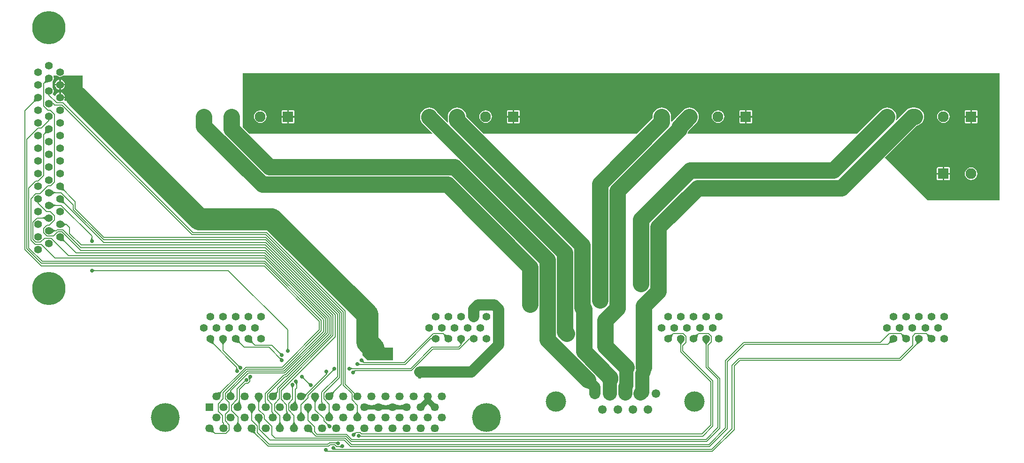
<source format=gtl>
G04 Layer_Physical_Order=1*
G04 Layer_Color=2232046*
%FSLAX25Y25*%
%MOIN*%
G70*
G01*
G75*
%ADD10C,0.00787*%
%ADD11C,0.15748*%
%ADD12C,0.03937*%
%ADD13C,0.07874*%
%ADD14C,0.11811*%
%ADD15C,0.09842*%
%ADD16C,0.02953*%
%ADD17C,0.05512*%
%ADD18C,0.07677*%
%ADD19R,0.07677X0.07677*%
%ADD20C,0.05748*%
%ADD21R,0.05748X0.05748*%
%ADD22C,0.20472*%
%ADD23C,0.23622*%
%ADD24C,0.14469*%
%ADD25C,0.06102*%
%ADD26R,0.06102X0.06102*%
%ADD27C,0.02756*%
%ADD28C,0.02953*%
G36*
X52322Y-45971D02*
X52183Y-46130D01*
X52063Y-46308D01*
X51962Y-46507D01*
X51880Y-46725D01*
X51817Y-46963D01*
X51774Y-47221D01*
X51749Y-47499D01*
X51744Y-47797D01*
X51757Y-48115D01*
X51790Y-48452D01*
X49284Y-45946D01*
X49621Y-45979D01*
X49939Y-45992D01*
X50237Y-45987D01*
X50515Y-45963D01*
X50773Y-45919D01*
X51011Y-45856D01*
X51230Y-45774D01*
X51428Y-45673D01*
X51606Y-45554D01*
X51765Y-45415D01*
X52322Y-45971D01*
D02*
G37*
G36*
X19341Y-44885D02*
X19373Y-45076D01*
X19425Y-45259D01*
X19499Y-45434D01*
X19594Y-45602D01*
X19710Y-45761D01*
X19847Y-45911D01*
X20004Y-46054D01*
X20183Y-46189D01*
X20383Y-46316D01*
X17491D01*
X17691Y-46189D01*
X17870Y-46054D01*
X18027Y-45911D01*
X18164Y-45761D01*
X18280Y-45602D01*
X18375Y-45434D01*
X18449Y-45259D01*
X18501Y-45076D01*
X18533Y-44885D01*
X18543Y-44685D01*
X19331D01*
X19341Y-44885D01*
D02*
G37*
G36*
X92448Y-45845D02*
X92323Y-45993D01*
X92211Y-46173D01*
X92114Y-46385D01*
X92029Y-46630D01*
X91959Y-46906D01*
X91902Y-47215D01*
X91859Y-47556D01*
X91813Y-48333D01*
X91811Y-48770D01*
X88966Y-45925D01*
X89403Y-45923D01*
X90181Y-45878D01*
X90521Y-45834D01*
X90830Y-45777D01*
X91106Y-45707D01*
X91351Y-45623D01*
X91563Y-45525D01*
X91743Y-45414D01*
X91891Y-45288D01*
X92448Y-45845D01*
D02*
G37*
G36*
X278354Y-36601D02*
X278430Y-36835D01*
X278542Y-37087D01*
X278691Y-37356D01*
X278876Y-37643D01*
X279097Y-37948D01*
X279648Y-38610D01*
X280343Y-39342D01*
X274775Y-44910D01*
X274400Y-44544D01*
X273381Y-43664D01*
X273076Y-43443D01*
X272789Y-43258D01*
X272520Y-43109D01*
X272268Y-42997D01*
X272034Y-42921D01*
X271818Y-42880D01*
X278313Y-36385D01*
X278354Y-36601D01*
D02*
G37*
G36*
X66445Y-38917D02*
X66282Y-39353D01*
X66242Y-39487D01*
X66184Y-39737D01*
X66166Y-39853D01*
X66155Y-39963D01*
X66151Y-40068D01*
X65364Y-40392D01*
X65357Y-40264D01*
X65338Y-40144D01*
X65306Y-40032D01*
X65260Y-39927D01*
X65202Y-39830D01*
X65131Y-39740D01*
X65046Y-39658D01*
X64949Y-39584D01*
X64839Y-39517D01*
X64716Y-39457D01*
X66514Y-38759D01*
X66445Y-38917D01*
D02*
G37*
G36*
X74615Y-39108D02*
X74712Y-39180D01*
X74817Y-39242D01*
X74928Y-39293D01*
X75045Y-39333D01*
X75170Y-39364D01*
X75300Y-39383D01*
X75438Y-39392D01*
X75582Y-39391D01*
X75733Y-39379D01*
X74514Y-40874D01*
X74495Y-40714D01*
X74438Y-40419D01*
X74400Y-40283D01*
X74354Y-40156D01*
X74302Y-40037D01*
X74243Y-39926D01*
X74177Y-39823D01*
X74105Y-39728D01*
X74026Y-39642D01*
X74524Y-39026D01*
X74615Y-39108D01*
D02*
G37*
G36*
X63661Y-41656D02*
X63564Y-41769D01*
X63478Y-41883D01*
X63404Y-41998D01*
X63341Y-42114D01*
X63290Y-42231D01*
X63250Y-42349D01*
X63221Y-42467D01*
X63204Y-42586D01*
X63198Y-42707D01*
X62411D01*
X62405Y-42586D01*
X62388Y-42467D01*
X62360Y-42349D01*
X62320Y-42231D01*
X62268Y-42114D01*
X62205Y-41998D01*
X62131Y-41883D01*
X62046Y-41769D01*
X61949Y-41656D01*
X61840Y-41544D01*
X63769D01*
X63661Y-41656D01*
D02*
G37*
G36*
X84333Y-53007D02*
X84350Y-53183D01*
X84365Y-53257D01*
X84384Y-53320D01*
X84408Y-53374D01*
X84436Y-53418D01*
X84468Y-53452D01*
X84505Y-53476D01*
X84546Y-53490D01*
X83328D01*
X83369Y-53476D01*
X83406Y-53452D01*
X83438Y-53418D01*
X83466Y-53374D01*
X83490Y-53320D01*
X83509Y-53257D01*
X83524Y-53183D01*
X83535Y-53100D01*
X83541Y-53007D01*
X83543Y-52903D01*
X84331D01*
X84333Y-53007D01*
D02*
G37*
G36*
X44333D02*
X44350Y-53183D01*
X44365Y-53257D01*
X44384Y-53320D01*
X44408Y-53374D01*
X44436Y-53418D01*
X44468Y-53452D01*
X44505Y-53476D01*
X44546Y-53490D01*
X43328D01*
X43369Y-53476D01*
X43406Y-53452D01*
X43438Y-53418D01*
X43466Y-53374D01*
X43490Y-53320D01*
X43509Y-53257D01*
X43524Y-53183D01*
X43535Y-53100D01*
X43541Y-53007D01*
X43543Y-52903D01*
X44331D01*
X44333Y-53007D01*
D02*
G37*
G36*
X65167Y-51977D02*
X65180Y-52111D01*
X65219Y-52280D01*
X65283Y-52486D01*
X65374Y-52726D01*
X65632Y-53315D01*
X66214Y-54466D01*
X66459Y-54921D01*
X62609Y-53750D01*
X62946Y-53564D01*
X63247Y-53375D01*
X63512Y-53182D01*
X63742Y-52985D01*
X63937Y-52785D01*
X64096Y-52582D01*
X64220Y-52376D01*
X64309Y-52166D01*
X64362Y-51952D01*
X64380Y-51735D01*
X65167Y-51977D01*
D02*
G37*
G36*
X40641Y-51162D02*
X40124Y-51745D01*
X39913Y-52016D01*
X39735Y-52274D01*
X39590Y-52520D01*
X39476Y-52752D01*
X39395Y-52971D01*
X39347Y-53177D01*
X39331Y-53370D01*
X38543D01*
X38527Y-53177D01*
X38479Y-52971D01*
X38398Y-52752D01*
X38284Y-52520D01*
X38139Y-52274D01*
X37961Y-52016D01*
X37750Y-51745D01*
X37233Y-51162D01*
X36925Y-50852D01*
X40949D01*
X40641Y-51162D01*
D02*
G37*
G36*
X12448Y-45845D02*
X12323Y-45993D01*
X12211Y-46173D01*
X12113Y-46385D01*
X12029Y-46630D01*
X11959Y-46906D01*
X11902Y-47215D01*
X11859Y-47556D01*
X11813Y-48333D01*
X11811Y-48770D01*
X8966Y-45925D01*
X9403Y-45923D01*
X10181Y-45878D01*
X10521Y-45834D01*
X10830Y-45777D01*
X11106Y-45707D01*
X11351Y-45623D01*
X11563Y-45525D01*
X11743Y-45414D01*
X11891Y-45288D01*
X12448Y-45845D01*
D02*
G37*
G36*
X70839Y-46603D02*
X71113Y-46747D01*
X71374Y-46854D01*
X71622Y-46925D01*
X71858Y-46959D01*
X72082Y-46956D01*
X72293Y-46917D01*
X72491Y-46841D01*
X72677Y-46729D01*
X72851Y-46580D01*
X73030Y-47515D01*
X72979Y-47577D01*
X72904Y-47685D01*
X72536Y-48284D01*
X71447Y-50198D01*
X70553Y-46423D01*
X70839Y-46603D01*
D02*
G37*
G36*
X80641Y-51162D02*
X80124Y-51745D01*
X79913Y-52016D01*
X79735Y-52274D01*
X79590Y-52520D01*
X79476Y-52752D01*
X79395Y-52971D01*
X79347Y-53177D01*
X79331Y-53370D01*
X78543D01*
X78527Y-53177D01*
X78479Y-52971D01*
X78398Y-52752D01*
X78284Y-52520D01*
X78139Y-52274D01*
X77961Y-52016D01*
X77750Y-51745D01*
X77233Y-51162D01*
X76925Y-50852D01*
X80949D01*
X80641Y-51162D01*
D02*
G37*
G36*
X33515Y-36005D02*
X33395Y-36088D01*
X33288Y-36175D01*
X33193Y-36267D01*
X33111Y-36364D01*
X33041Y-36465D01*
X32985Y-36572D01*
X32940Y-36683D01*
X32909Y-36798D01*
X32890Y-36918D01*
X32884Y-37043D01*
X32096Y-37017D01*
X32091Y-36876D01*
X32077Y-36734D01*
X32054Y-36593D01*
X32021Y-36452D01*
X31979Y-36310D01*
X31927Y-36169D01*
X31867Y-36028D01*
X31796Y-35887D01*
X31628Y-35605D01*
X33515Y-36005D01*
D02*
G37*
G36*
X134252Y-23228D02*
X116142D01*
X112598Y-19685D01*
Y-14173D01*
X134252D01*
Y-23228D01*
D02*
G37*
G36*
X113362Y-23528D02*
X113364Y-23634D01*
X113375Y-23738D01*
X113398Y-23841D01*
X113432Y-23942D01*
X113476Y-24042D01*
X113531Y-24140D01*
X113598Y-24237D01*
X113675Y-24332D01*
X113763Y-24426D01*
X113206Y-24983D01*
X113112Y-24895D01*
X113016Y-24818D01*
X112919Y-24752D01*
X112821Y-24697D01*
X112721Y-24652D01*
X112620Y-24619D01*
X112517Y-24596D01*
X112413Y-24584D01*
X112308Y-24583D01*
X112201Y-24593D01*
X113372Y-23421D01*
X113362Y-23528D01*
D02*
G37*
G36*
X110053Y-25177D02*
X110129Y-25286D01*
X110212Y-25383D01*
X110300Y-25467D01*
X110395Y-25537D01*
X110497Y-25595D01*
X110604Y-25640D01*
X110718Y-25673D01*
X110838Y-25692D01*
X110965Y-25698D01*
X110711Y-26486D01*
X110602Y-26490D01*
X110489Y-26502D01*
X110371Y-26523D01*
X110248Y-26552D01*
X110121Y-26589D01*
X109854Y-26688D01*
X109713Y-26750D01*
X109419Y-26899D01*
X109983Y-25054D01*
X110053Y-25177D01*
D02*
G37*
G36*
X54164Y-21217D02*
X54261Y-21290D01*
X54365Y-21353D01*
X54476Y-21408D01*
X54595Y-21454D01*
X54721Y-21492D01*
X54855Y-21521D01*
X54996Y-21541D01*
X55145Y-21552D01*
X55301Y-21555D01*
X53937Y-22919D01*
X53934Y-22763D01*
X53923Y-22614D01*
X53903Y-22473D01*
X53874Y-22339D01*
X53836Y-22213D01*
X53790Y-22094D01*
X53735Y-21983D01*
X53672Y-21879D01*
X53599Y-21782D01*
X53518Y-21693D01*
X54075Y-21136D01*
X54164Y-21217D01*
D02*
G37*
G36*
X15161Y-10058D02*
X14670Y-10613D01*
X14470Y-10872D01*
X14301Y-11119D01*
X14163Y-11355D01*
X14055Y-11578D01*
X13979Y-11789D01*
X13933Y-11989D01*
X13917Y-12177D01*
X13130D01*
X13115Y-11989D01*
X13069Y-11789D01*
X12992Y-11578D01*
X12884Y-11355D01*
X12746Y-11119D01*
X12577Y-10872D01*
X12378Y-10613D01*
X11886Y-10058D01*
X11594Y-9763D01*
X15453D01*
X15161Y-10058D01*
D02*
G37*
G36*
X59848Y-14508D02*
X59865Y-14628D01*
X59894Y-14746D01*
X59934Y-14864D01*
X59985Y-14981D01*
X60048Y-15097D01*
X60122Y-15212D01*
X60208Y-15326D01*
X60305Y-15439D01*
X60413Y-15551D01*
X58484D01*
X58593Y-15439D01*
X58690Y-15326D01*
X58775Y-15212D01*
X58850Y-15097D01*
X58912Y-14981D01*
X58964Y-14864D01*
X59004Y-14746D01*
X59032Y-14628D01*
X59049Y-14508D01*
X59055Y-14388D01*
X59842D01*
X59848Y-14508D01*
D02*
G37*
G36*
X54167Y-17773D02*
X54263Y-17846D01*
X54367Y-17909D01*
X54479Y-17964D01*
X54598Y-18011D01*
X54724Y-18048D01*
X54858Y-18077D01*
X54999Y-18097D01*
X55148Y-18109D01*
X55304Y-18111D01*
X53940Y-19475D01*
X53937Y-19319D01*
X53926Y-19171D01*
X53905Y-19029D01*
X53877Y-18895D01*
X53839Y-18769D01*
X53793Y-18650D01*
X53738Y-18539D01*
X53674Y-18435D01*
X53602Y-18338D01*
X53521Y-18249D01*
X54078Y-17692D01*
X54167Y-17773D01*
D02*
G37*
G36*
X92757Y-30372D02*
X92595Y-30415D01*
X92299Y-30513D01*
X92164Y-30567D01*
X91921Y-30686D01*
X91812Y-30751D01*
X91713Y-30819D01*
X91622Y-30891D01*
X91541Y-30966D01*
X90831Y-30562D01*
X90915Y-30469D01*
X90987Y-30370D01*
X91045Y-30267D01*
X91091Y-30158D01*
X91123Y-30044D01*
X91143Y-29925D01*
X91149Y-29801D01*
X91143Y-29671D01*
X91124Y-29537D01*
X91092Y-29397D01*
X92757Y-30372D01*
D02*
G37*
G36*
X87555Y-32373D02*
X87523Y-32404D01*
X87494Y-32445D01*
X87470Y-32494D01*
X87449Y-32552D01*
X87432Y-32620D01*
X87419Y-32696D01*
X87409Y-32782D01*
X87402Y-32980D01*
X86614D01*
X86612Y-32876D01*
X86597Y-32696D01*
X86584Y-32620D01*
X86567Y-32552D01*
X86546Y-32494D01*
X86521Y-32445D01*
X86493Y-32404D01*
X86461Y-32373D01*
X86425Y-32351D01*
X87591D01*
X87555Y-32373D01*
D02*
G37*
G36*
X70879Y-34778D02*
X70936Y-35074D01*
X70974Y-35209D01*
X71020Y-35336D01*
X71072Y-35455D01*
X71131Y-35566D01*
X71197Y-35669D01*
X71269Y-35764D01*
X71348Y-35851D01*
X70850Y-36466D01*
X70759Y-36384D01*
X70662Y-36312D01*
X70557Y-36250D01*
X70446Y-36199D01*
X70329Y-36159D01*
X70205Y-36129D01*
X70074Y-36109D01*
X69936Y-36100D01*
X69792Y-36102D01*
X69641Y-36114D01*
X70860Y-34619D01*
X70879Y-34778D01*
D02*
G37*
G36*
X107660Y-30593D02*
X107582Y-30676D01*
X107513Y-30756D01*
X107455Y-30834D01*
X107406Y-30909D01*
X107368Y-30982D01*
X107340Y-31053D01*
X107322Y-31121D01*
X107314Y-31186D01*
X107316Y-31250D01*
X107328Y-31311D01*
X106386Y-30369D01*
X106447Y-30381D01*
X106510Y-30383D01*
X106576Y-30375D01*
X106644Y-30357D01*
X106715Y-30329D01*
X106788Y-30291D01*
X106863Y-30242D01*
X106941Y-30184D01*
X107021Y-30115D01*
X107104Y-30037D01*
X107660Y-30593D01*
D02*
G37*
G36*
X24638Y-26632D02*
X24734Y-26704D01*
X24838Y-26768D01*
X24950Y-26823D01*
X25069Y-26869D01*
X25195Y-26907D01*
X25329Y-26936D01*
X25470Y-26956D01*
X25619Y-26967D01*
X25775Y-26970D01*
X24411Y-28334D01*
X24408Y-28178D01*
X24397Y-28029D01*
X24376Y-27888D01*
X24348Y-27754D01*
X24310Y-27628D01*
X24264Y-27509D01*
X24209Y-27398D01*
X24145Y-27294D01*
X24073Y-27197D01*
X23992Y-27108D01*
X24549Y-26551D01*
X24638Y-26632D01*
D02*
G37*
G36*
X23726Y-28756D02*
X23744Y-28876D01*
X23774Y-28994D01*
X23816Y-29109D01*
X23870Y-29223D01*
X23935Y-29334D01*
X24013Y-29443D01*
X24102Y-29550D01*
X24204Y-29654D01*
X24317Y-29757D01*
X22393Y-29895D01*
X22495Y-29772D01*
X22587Y-29651D01*
X22668Y-29530D01*
X22739Y-29409D01*
X22798Y-29289D01*
X22847Y-29169D01*
X22885Y-29049D01*
X22911Y-28930D01*
X22928Y-28811D01*
X22933Y-28693D01*
X23720Y-28634D01*
X23726Y-28756D01*
D02*
G37*
G36*
X104080Y-28099D02*
X104324Y-28271D01*
X104445Y-28341D01*
X104566Y-28400D01*
X104686Y-28448D01*
X104806Y-28486D01*
X104925Y-28512D01*
X105043Y-28528D01*
X105161Y-28534D01*
X105226Y-29321D01*
X105104Y-29327D01*
X104984Y-29345D01*
X104866Y-29375D01*
X104751Y-29417D01*
X104638Y-29471D01*
X104527Y-29537D01*
X104419Y-29615D01*
X104313Y-29704D01*
X104209Y-29806D01*
X104108Y-29920D01*
X103957Y-27997D01*
X104080Y-28099D01*
D02*
G37*
G36*
X25463Y-52139D02*
X25474Y-52228D01*
X25508Y-52365D01*
X25565Y-52550D01*
X26017Y-53776D01*
X26594Y-55204D01*
X22896Y-53620D01*
X23234Y-53478D01*
X23537Y-53326D01*
X23804Y-53166D01*
X24035Y-52997D01*
X24231Y-52819D01*
X24391Y-52632D01*
X24516Y-52437D01*
X24604Y-52232D01*
X24658Y-52019D01*
X24676Y-51797D01*
X25463Y-52139D01*
D02*
G37*
G36*
X24508Y-66758D02*
X24523Y-66943D01*
X24570Y-67145D01*
X24649Y-67364D01*
X24758Y-67600D01*
X24899Y-67853D01*
X25071Y-68124D01*
X25509Y-68715D01*
X25774Y-69036D01*
X26072Y-69375D01*
X22055Y-69127D01*
X22372Y-68843D01*
X22905Y-68304D01*
X23121Y-68048D01*
X23304Y-67801D01*
X23454Y-67564D01*
X23571Y-67336D01*
X23654Y-67118D01*
X23704Y-66909D01*
X23720Y-66709D01*
X24508Y-66758D01*
D02*
G37*
G36*
X87934Y-68226D02*
X88031Y-68298D01*
X88135Y-68362D01*
X88246Y-68416D01*
X88365Y-68463D01*
X88491Y-68500D01*
X88625Y-68529D01*
X88766Y-68549D01*
X88915Y-68561D01*
X89071Y-68563D01*
X87707Y-69928D01*
X87704Y-69771D01*
X87693Y-69623D01*
X87673Y-69481D01*
X87644Y-69348D01*
X87606Y-69221D01*
X87560Y-69102D01*
X87505Y-68991D01*
X87442Y-68887D01*
X87369Y-68790D01*
X87288Y-68701D01*
X87845Y-68145D01*
X87934Y-68226D01*
D02*
G37*
G36*
X76813Y-71765D02*
X76859Y-72543D01*
X76902Y-72883D01*
X76959Y-73192D01*
X77029Y-73469D01*
X77113Y-73713D01*
X77211Y-73925D01*
X77323Y-74105D01*
X77448Y-74253D01*
X76891Y-74810D01*
X76743Y-74685D01*
X76563Y-74573D01*
X76351Y-74476D01*
X76106Y-74392D01*
X75830Y-74321D01*
X75521Y-74264D01*
X75181Y-74221D01*
X74403Y-74175D01*
X73966Y-74173D01*
X76811Y-71328D01*
X76813Y-71765D01*
D02*
G37*
G36*
X54347Y-66921D02*
X54395Y-67127D01*
X54476Y-67346D01*
X54590Y-67579D01*
X54735Y-67824D01*
X54913Y-68082D01*
X55124Y-68354D01*
X55641Y-68936D01*
X55949Y-69247D01*
X51925D01*
X52233Y-68936D01*
X52750Y-68354D01*
X52961Y-68082D01*
X53139Y-67824D01*
X53284Y-67579D01*
X53398Y-67346D01*
X53479Y-67127D01*
X53527Y-66921D01*
X53543Y-66728D01*
X54331D01*
X54347Y-66921D01*
D02*
G37*
G36*
X40831Y-66016D02*
X40139Y-66955D01*
X39970Y-67230D01*
X39832Y-67487D01*
X39724Y-67724D01*
X39647Y-67943D01*
X39601Y-68142D01*
X39586Y-68323D01*
X38798Y-68394D01*
X38782Y-68192D01*
X38731Y-67982D01*
X38647Y-67764D01*
X38529Y-67538D01*
X38378Y-67305D01*
X38192Y-67064D01*
X37974Y-66815D01*
X37721Y-66558D01*
X37115Y-66022D01*
X41123Y-65665D01*
X40831Y-66016D01*
D02*
G37*
G36*
X14333Y-68007D02*
X14350Y-68183D01*
X14365Y-68257D01*
X14384Y-68320D01*
X14408Y-68374D01*
X14436Y-68418D01*
X14468Y-68452D01*
X14505Y-68476D01*
X14546Y-68490D01*
X13328D01*
X13369Y-68476D01*
X13406Y-68452D01*
X13438Y-68418D01*
X13466Y-68374D01*
X13490Y-68320D01*
X13509Y-68257D01*
X13524Y-68183D01*
X13535Y-68100D01*
X13541Y-68007D01*
X13543Y-67904D01*
X14331D01*
X14333Y-68007D01*
D02*
G37*
G36*
X64347Y-66921D02*
X64395Y-67127D01*
X64476Y-67346D01*
X64590Y-67579D01*
X64735Y-67824D01*
X64913Y-68082D01*
X65124Y-68354D01*
X65641Y-68936D01*
X65949Y-69247D01*
X61925D01*
X62233Y-68936D01*
X62750Y-68354D01*
X62961Y-68082D01*
X63139Y-67824D01*
X63284Y-67579D01*
X63398Y-67346D01*
X63479Y-67127D01*
X63527Y-66921D01*
X63543Y-66728D01*
X64331D01*
X64347Y-66921D01*
D02*
G37*
G36*
X97781Y-85232D02*
X97622Y-85166D01*
X97047Y-84971D01*
X96919Y-84940D01*
X96682Y-84898D01*
X96573Y-84887D01*
X96470Y-84884D01*
X96125Y-84096D01*
X96253Y-84090D01*
X96373Y-84071D01*
X96485Y-84038D01*
X96589Y-83993D01*
X96685Y-83934D01*
X96773Y-83863D01*
X96853Y-83779D01*
X96925Y-83682D01*
X96990Y-83571D01*
X97046Y-83448D01*
X97781Y-85232D01*
D02*
G37*
G36*
X93258Y-85552D02*
X93282Y-85651D01*
X93320Y-85738D01*
X93371Y-85814D01*
X93436Y-85878D01*
X93514Y-85931D01*
X93606Y-85971D01*
X93712Y-86000D01*
X93831Y-86018D01*
X93965Y-86024D01*
X93710Y-86811D01*
X92114Y-86839D01*
X93248Y-85441D01*
X93258Y-85552D01*
D02*
G37*
G36*
X87847Y-87239D02*
X87853Y-87255D01*
X87865Y-87277D01*
X87883Y-87304D01*
X87909Y-87336D01*
X87979Y-87416D01*
X88133Y-87576D01*
X87576Y-88133D01*
X87517Y-88075D01*
X87277Y-87865D01*
X87255Y-87853D01*
X87239Y-87847D01*
X87227Y-87848D01*
X87848Y-87227D01*
X87847Y-87239D01*
D02*
G37*
G36*
X93995Y-82761D02*
X93924Y-82638D01*
X93847Y-82529D01*
X93764Y-82433D01*
X93675Y-82349D01*
X93579Y-82278D01*
X93478Y-82220D01*
X93370Y-82175D01*
X93256Y-82143D01*
X93136Y-82124D01*
X93010Y-82117D01*
X93258Y-81330D01*
X93367Y-81326D01*
X93480Y-81313D01*
X93598Y-81292D01*
X93721Y-81263D01*
X93848Y-81226D01*
X94115Y-81125D01*
X94255Y-81063D01*
X94548Y-80912D01*
X93995Y-82761D01*
D02*
G37*
G36*
X6813Y-71765D02*
X6859Y-72543D01*
X6902Y-72883D01*
X6959Y-73192D01*
X7029Y-73469D01*
X7113Y-73713D01*
X7211Y-73925D01*
X7323Y-74105D01*
X7448Y-74253D01*
X6891Y-74810D01*
X6743Y-74685D01*
X6563Y-74573D01*
X6351Y-74476D01*
X6106Y-74392D01*
X5830Y-74321D01*
X5521Y-74264D01*
X5181Y-74221D01*
X4403Y-74175D01*
X3966Y-74173D01*
X6811Y-71328D01*
X6813Y-71765D01*
D02*
G37*
G36*
X36525Y-72626D02*
X36437Y-72964D01*
X36377Y-73281D01*
X36345Y-73576D01*
X36343Y-73850D01*
X36370Y-74103D01*
X36425Y-74334D01*
X36510Y-74544D01*
X36623Y-74733D01*
X36765Y-74900D01*
X36013Y-75262D01*
X35919Y-75186D01*
X35780Y-75099D01*
X35595Y-75001D01*
X35088Y-74775D01*
X33986Y-74356D01*
X33024Y-74024D01*
X36643Y-72267D01*
X36525Y-72626D01*
D02*
G37*
G36*
X107992Y-74849D02*
X107908Y-74940D01*
X107833Y-75038D01*
X107768Y-75143D01*
X107712Y-75253D01*
X107666Y-75370D01*
X107628Y-75492D01*
X107600Y-75622D01*
X107582Y-75757D01*
X107572Y-75899D01*
X107572Y-76047D01*
X106237Y-74712D01*
X106385Y-74711D01*
X106527Y-74702D01*
X106662Y-74683D01*
X106791Y-74655D01*
X106914Y-74618D01*
X107031Y-74572D01*
X107141Y-74516D01*
X107245Y-74450D01*
X107343Y-74376D01*
X107435Y-74292D01*
X107992Y-74849D01*
D02*
G37*
G36*
X69347Y-59421D02*
X69395Y-59627D01*
X69476Y-59846D01*
X69590Y-60079D01*
X69735Y-60324D01*
X69913Y-60582D01*
X70124Y-60854D01*
X70641Y-61436D01*
X70949Y-61747D01*
X66925D01*
X67233Y-61436D01*
X67750Y-60854D01*
X67961Y-60582D01*
X68139Y-60324D01*
X68284Y-60079D01*
X68398Y-59846D01*
X68479Y-59627D01*
X68527Y-59421D01*
X68543Y-59228D01*
X69331D01*
X69347Y-59421D01*
D02*
G37*
G36*
X131885Y-58311D02*
X131769Y-58209D01*
X131631Y-58118D01*
X131472Y-58038D01*
X131291Y-57968D01*
X131088Y-57910D01*
X130863Y-57861D01*
X130617Y-57824D01*
X130059Y-57781D01*
X129747Y-57776D01*
Y-54823D01*
X130059Y-54817D01*
X130617Y-54775D01*
X130863Y-54737D01*
X131088Y-54689D01*
X131291Y-54630D01*
X131472Y-54561D01*
X131631Y-54480D01*
X131769Y-54389D01*
X131885Y-54287D01*
Y-58311D01*
D02*
G37*
G36*
X126105Y-54389D02*
X126243Y-54480D01*
X126402Y-54561D01*
X126583Y-54630D01*
X126786Y-54689D01*
X127011Y-54737D01*
X127257Y-54775D01*
X127815Y-54817D01*
X128127Y-54823D01*
Y-57776D01*
X127815Y-57781D01*
X127257Y-57824D01*
X127011Y-57861D01*
X126786Y-57910D01*
X126583Y-57968D01*
X126402Y-58038D01*
X126243Y-58118D01*
X126105Y-58209D01*
X125989Y-58311D01*
Y-54287D01*
X126105Y-54389D01*
D02*
G37*
G36*
X121885Y-58311D02*
X121769Y-58209D01*
X121631Y-58118D01*
X121472Y-58038D01*
X121291Y-57968D01*
X121088Y-57910D01*
X120863Y-57861D01*
X120617Y-57824D01*
X120059Y-57781D01*
X119747Y-57776D01*
Y-54823D01*
X120059Y-54817D01*
X120617Y-54775D01*
X120863Y-54737D01*
X121088Y-54689D01*
X121291Y-54630D01*
X121472Y-54561D01*
X121631Y-54480D01*
X121769Y-54389D01*
X121885Y-54287D01*
Y-58311D01*
D02*
G37*
G36*
X136105Y-54389D02*
X136243Y-54480D01*
X136402Y-54561D01*
X136583Y-54630D01*
X136786Y-54689D01*
X137011Y-54737D01*
X137257Y-54775D01*
X137815Y-54817D01*
X138127Y-54823D01*
Y-57776D01*
X137815Y-57781D01*
X137257Y-57824D01*
X137011Y-57861D01*
X136786Y-57910D01*
X136583Y-57968D01*
X136402Y-58038D01*
X136243Y-58118D01*
X136105Y-58209D01*
X135989Y-58311D01*
Y-54287D01*
X136105Y-54389D01*
D02*
G37*
G36*
X163908Y-53425D02*
X161063Y-56270D01*
X161051Y-56247D01*
X161015Y-56200D01*
X160954Y-56130D01*
X160077Y-55223D01*
X159845Y-54991D01*
X162629Y-52207D01*
X163908Y-53425D01*
D02*
G37*
G36*
X158029Y-54991D02*
X156811Y-56270D01*
X153966Y-53425D01*
X153990Y-53413D01*
X154036Y-53377D01*
X154106Y-53316D01*
X155013Y-52439D01*
X155245Y-52207D01*
X158029Y-54991D01*
D02*
G37*
G36*
X141885Y-58311D02*
X141769Y-58209D01*
X141631Y-58118D01*
X141472Y-58038D01*
X141291Y-57968D01*
X141088Y-57910D01*
X140863Y-57861D01*
X140617Y-57824D01*
X140059Y-57781D01*
X139747Y-57776D01*
Y-54823D01*
X140059Y-54817D01*
X140617Y-54775D01*
X140863Y-54737D01*
X141088Y-54689D01*
X141291Y-54630D01*
X141472Y-54561D01*
X141631Y-54480D01*
X141769Y-54389D01*
X141885Y-54287D01*
Y-58311D01*
D02*
G37*
G36*
X59344Y-59624D02*
X59386Y-59835D01*
X59454Y-60046D01*
X59550Y-60257D01*
X59673Y-60469D01*
X59824Y-60680D01*
X60002Y-60892D01*
X60207Y-61105D01*
X60440Y-61317D01*
X60701Y-61530D01*
X57174D01*
X57434Y-61317D01*
X57667Y-61105D01*
X57872Y-60892D01*
X58050Y-60680D01*
X58201Y-60469D01*
X58324Y-60257D01*
X58420Y-60046D01*
X58489Y-59835D01*
X58530Y-59624D01*
X58543Y-59414D01*
X59331D01*
X59344Y-59624D01*
D02*
G37*
G36*
X109347Y-59421D02*
X109395Y-59627D01*
X109476Y-59846D01*
X109590Y-60079D01*
X109735Y-60324D01*
X109913Y-60582D01*
X110124Y-60854D01*
X110641Y-61436D01*
X110949Y-61747D01*
X106925D01*
X107233Y-61436D01*
X107750Y-60854D01*
X107961Y-60582D01*
X108139Y-60324D01*
X108284Y-60079D01*
X108398Y-59846D01*
X108479Y-59627D01*
X108527Y-59421D01*
X108543Y-59228D01*
X109331D01*
X109347Y-59421D01*
D02*
G37*
G36*
X89347D02*
X89395Y-59627D01*
X89476Y-59846D01*
X89590Y-60079D01*
X89735Y-60324D01*
X89913Y-60582D01*
X90124Y-60854D01*
X90641Y-61436D01*
X90949Y-61747D01*
X86925D01*
X87233Y-61436D01*
X87750Y-60854D01*
X87961Y-60582D01*
X88139Y-60324D01*
X88284Y-60079D01*
X88398Y-59846D01*
X88479Y-59627D01*
X88527Y-59421D01*
X88543Y-59228D01*
X89331D01*
X89347Y-59421D01*
D02*
G37*
G36*
X49333Y-60507D02*
X49350Y-60683D01*
X49365Y-60757D01*
X49384Y-60820D01*
X49408Y-60874D01*
X49436Y-60918D01*
X49468Y-60952D01*
X49505Y-60976D01*
X49546Y-60990D01*
X48328D01*
X48369Y-60976D01*
X48406Y-60952D01*
X48438Y-60918D01*
X48466Y-60874D01*
X48490Y-60820D01*
X48509Y-60757D01*
X48524Y-60683D01*
X48535Y-60600D01*
X48541Y-60507D01*
X48543Y-60404D01*
X49331D01*
X49333Y-60507D01*
D02*
G37*
G36*
X116105Y-54389D02*
X116243Y-54480D01*
X116402Y-54561D01*
X116583Y-54630D01*
X116786Y-54689D01*
X117011Y-54737D01*
X117257Y-54775D01*
X117815Y-54817D01*
X118127Y-54823D01*
Y-57776D01*
X117815Y-57781D01*
X117257Y-57824D01*
X117011Y-57861D01*
X116786Y-57910D01*
X116583Y-57968D01*
X116402Y-58038D01*
X116243Y-58118D01*
X116105Y-58209D01*
X115989Y-58311D01*
Y-54287D01*
X116105Y-54389D01*
D02*
G37*
G36*
X75641Y-58662D02*
X75124Y-59245D01*
X74913Y-59516D01*
X74735Y-59774D01*
X74590Y-60020D01*
X74476Y-60252D01*
X74395Y-60471D01*
X74347Y-60677D01*
X74331Y-60870D01*
X73543D01*
X73527Y-60677D01*
X73479Y-60471D01*
X73398Y-60252D01*
X73284Y-60020D01*
X73139Y-59774D01*
X72961Y-59516D01*
X72750Y-59245D01*
X72233Y-58662D01*
X71925Y-58352D01*
X75949D01*
X75641Y-58662D01*
D02*
G37*
G36*
X35641D02*
X35124Y-59245D01*
X34913Y-59516D01*
X34735Y-59774D01*
X34590Y-60020D01*
X34476Y-60252D01*
X34395Y-60471D01*
X34347Y-60677D01*
X34331Y-60870D01*
X33543D01*
X33527Y-60677D01*
X33479Y-60471D01*
X33398Y-60252D01*
X33284Y-60020D01*
X33139Y-59774D01*
X32961Y-59516D01*
X32750Y-59245D01*
X32233Y-58662D01*
X31925Y-58352D01*
X35949D01*
X35641Y-58662D01*
D02*
G37*
G36*
X340161Y-10058D02*
X339670Y-10613D01*
X339470Y-10872D01*
X339301Y-11119D01*
X339163Y-11355D01*
X339055Y-11578D01*
X338979Y-11789D01*
X338933Y-11989D01*
X338917Y-12177D01*
X338130D01*
X338115Y-11989D01*
X338069Y-11789D01*
X337992Y-11578D01*
X337884Y-11355D01*
X337746Y-11119D01*
X337577Y-10872D01*
X337378Y-10613D01*
X336886Y-10058D01*
X336595Y-9763D01*
X340453D01*
X340161Y-10058D01*
D02*
G37*
G36*
X-107737Y88685D02*
X-107183Y88193D01*
X-106923Y87994D01*
X-106676Y87825D01*
X-106441Y87687D01*
X-106217Y87579D01*
X-106006Y87502D01*
X-105806Y87456D01*
X-105619Y87441D01*
Y86654D01*
X-105806Y86638D01*
X-106006Y86592D01*
X-106217Y86515D01*
X-106441Y86408D01*
X-106676Y86270D01*
X-106923Y86101D01*
X-107183Y85901D01*
X-107737Y85410D01*
X-108032Y85118D01*
Y88976D01*
X-107737Y88685D01*
D02*
G37*
G36*
X-99447Y91113D02*
X-99402Y90373D01*
X-99360Y90049D01*
X-99305Y89755D01*
X-99236Y89490D01*
X-99154Y89257D01*
X-99059Y89053D01*
X-98950Y88879D01*
X-98828Y88736D01*
X-99385Y88179D01*
X-99529Y88301D01*
X-99702Y88409D01*
X-99906Y88504D01*
X-100140Y88586D01*
X-100404Y88655D01*
X-100698Y88710D01*
X-101023Y88753D01*
X-101762Y88797D01*
X-102177Y88799D01*
X-99449Y91528D01*
X-99447Y91113D01*
D02*
G37*
G36*
X564922Y158661D02*
Y90551D01*
X513779Y90551D01*
X483362Y120968D01*
X505993Y143598D01*
X507187Y143961D01*
X508317Y144565D01*
X509307Y145378D01*
X510120Y146368D01*
X510724Y147498D01*
X511096Y148725D01*
X511222Y150000D01*
X511096Y151275D01*
X510724Y152502D01*
X510120Y153632D01*
X509307Y154622D01*
X508317Y155435D01*
X507187Y156039D01*
X505960Y156411D01*
X504685Y156537D01*
X503150D01*
X501874Y156411D01*
X500648Y156039D01*
X499518Y155435D01*
X498527Y154622D01*
X491631Y147726D01*
X491189Y147991D01*
X491411Y148725D01*
X491537Y150000D01*
X491411Y151275D01*
X491039Y152502D01*
X490435Y153632D01*
X489622Y154622D01*
X488632Y155435D01*
X487502Y156039D01*
X486275Y156411D01*
X485000Y156537D01*
X483725Y156411D01*
X482498Y156039D01*
X481368Y155435D01*
X480378Y154622D01*
X463551Y137795D01*
X343497D01*
X343240Y138224D01*
X343450Y138617D01*
X343822Y139844D01*
X343828Y139898D01*
X349307Y145378D01*
X350120Y146368D01*
X350724Y147498D01*
X351096Y148725D01*
X351222Y150000D01*
X351096Y151275D01*
X350724Y152502D01*
X350120Y153632D01*
X349307Y154622D01*
X348317Y155435D01*
X347187Y156039D01*
X345960Y156411D01*
X344685Y156537D01*
X343410Y156411D01*
X342183Y156039D01*
X341053Y155435D01*
X340063Y154622D01*
X332789Y147348D01*
X332037Y146432D01*
X331768Y146470D01*
X331537Y146595D01*
Y150000D01*
X331411Y151275D01*
X331039Y152502D01*
X330435Y153632D01*
X329622Y154622D01*
X328632Y155435D01*
X327502Y156039D01*
X326275Y156411D01*
X325000Y156537D01*
X323725Y156411D01*
X322498Y156039D01*
X321368Y155435D01*
X320378Y154622D01*
X319565Y153632D01*
X318961Y152502D01*
X318589Y151275D01*
X318463Y150000D01*
Y148968D01*
X307291Y137795D01*
X198615Y137795D01*
X186201Y150209D01*
X186096Y151275D01*
X185724Y152502D01*
X185120Y153632D01*
X184307Y154622D01*
X183317Y155435D01*
X182187Y156039D01*
X180960Y156411D01*
X179685Y156537D01*
X178410Y156411D01*
X177183Y156039D01*
X176053Y155435D01*
X175063Y154622D01*
X174250Y153632D01*
X173646Y152502D01*
X173274Y151275D01*
X173148Y150000D01*
Y147480D01*
X173264Y146301D01*
X172861Y145997D01*
X165675Y153183D01*
X165435Y153632D01*
X164622Y154622D01*
X163632Y155435D01*
X162502Y156039D01*
X161275Y156411D01*
X160000Y156537D01*
X158725Y156411D01*
X157498Y156039D01*
X156368Y155435D01*
X155378Y154622D01*
X154565Y153632D01*
X153961Y152502D01*
X153589Y151275D01*
X153463Y150000D01*
Y149613D01*
X153589Y148338D01*
X153961Y147112D01*
X154565Y145982D01*
X155378Y144991D01*
X162112Y138257D01*
X161920Y137795D01*
X32308D01*
X27559Y142545D01*
X27559Y181064D01*
X564922D01*
Y158661D01*
D02*
G37*
G36*
X-111968Y76102D02*
X-112263Y76394D01*
X-112817Y76885D01*
X-113077Y77085D01*
X-113324Y77254D01*
X-113559Y77392D01*
X-113783Y77500D01*
X-113994Y77576D01*
X-114194Y77622D01*
X-114381Y77638D01*
Y78425D01*
X-114194Y78440D01*
X-113994Y78487D01*
X-113783Y78563D01*
X-113559Y78671D01*
X-113324Y78809D01*
X-113077Y78978D01*
X-112817Y79177D01*
X-112263Y79669D01*
X-111968Y79961D01*
Y76102D01*
D02*
G37*
G36*
X-79227Y63740D02*
X-79210Y63620D01*
X-79181Y63502D01*
X-79141Y63384D01*
X-79090Y63267D01*
X-79027Y63151D01*
X-78952Y63036D01*
X-78867Y62922D01*
X-78770Y62809D01*
X-78661Y62697D01*
X-80590D01*
X-80482Y62809D01*
X-80385Y62922D01*
X-80299Y63036D01*
X-80225Y63151D01*
X-80162Y63267D01*
X-80111Y63384D01*
X-80071Y63502D01*
X-80042Y63620D01*
X-80025Y63740D01*
X-80020Y63860D01*
X-79232D01*
X-79227Y63740D01*
D02*
G37*
G36*
X-107737Y70653D02*
X-107183Y70162D01*
X-106923Y69962D01*
X-106676Y69793D01*
X-106441Y69655D01*
X-106217Y69548D01*
X-106006Y69471D01*
X-105806Y69425D01*
X-105619Y69410D01*
Y68622D01*
X-105806Y68607D01*
X-106006Y68561D01*
X-106217Y68484D01*
X-106441Y68376D01*
X-106676Y68238D01*
X-106923Y68069D01*
X-107183Y67870D01*
X-107737Y67378D01*
X-108032Y67087D01*
Y70945D01*
X-107737Y70653D01*
D02*
G37*
G36*
X-99942Y75161D02*
X-99387Y74670D01*
X-99128Y74470D01*
X-98881Y74301D01*
X-98646Y74163D01*
X-98422Y74055D01*
X-98211Y73979D01*
X-98011Y73933D01*
X-97824Y73917D01*
Y73130D01*
X-98011Y73115D01*
X-98211Y73068D01*
X-98422Y72992D01*
X-98646Y72884D01*
X-98881Y72746D01*
X-99128Y72577D01*
X-99387Y72378D01*
X-99942Y71886D01*
X-100237Y71595D01*
Y75453D01*
X-99942Y75161D01*
D02*
G37*
G36*
X-117823Y160925D02*
X-118238Y160923D01*
X-118977Y160879D01*
X-119301Y160836D01*
X-119596Y160781D01*
X-119860Y160712D01*
X-120094Y160630D01*
X-120298Y160535D01*
X-120471Y160426D01*
X-120615Y160305D01*
X-121172Y160862D01*
X-121050Y161005D01*
X-120941Y161179D01*
X-120846Y161382D01*
X-120764Y161617D01*
X-120695Y161881D01*
X-120640Y162175D01*
X-120598Y162499D01*
X-120553Y163239D01*
X-120551Y163654D01*
X-117823Y160925D01*
D02*
G37*
G36*
X-110028Y174449D02*
X-110442Y174447D01*
X-111182Y174402D01*
X-111506Y174360D01*
X-111801Y174305D01*
X-112065Y174236D01*
X-112299Y174154D01*
X-112502Y174059D01*
X-112676Y173950D01*
X-112820Y173828D01*
X-113376Y174385D01*
X-113255Y174529D01*
X-113146Y174702D01*
X-113051Y174906D01*
X-112969Y175140D01*
X-112900Y175404D01*
X-112845Y175698D01*
X-112803Y176023D01*
X-112758Y176762D01*
X-112756Y177177D01*
X-110028Y174449D01*
D02*
G37*
G36*
X-86221Y161417D02*
X-98910D01*
X-99131Y161866D01*
X-99110Y161894D01*
X-98753Y162756D01*
X-98709Y163091D01*
X-102205D01*
Y163681D01*
X-102795D01*
Y167177D01*
X-103130Y167133D01*
X-103992Y166776D01*
X-104732Y166208D01*
X-105300Y165468D01*
X-105534Y164902D01*
X-106119Y164780D01*
X-107401Y166063D01*
X-107069Y166497D01*
X-106730Y167313D01*
X-106615Y168189D01*
X-106730Y169065D01*
X-107069Y169881D01*
X-107480Y170418D01*
Y174976D01*
X-107069Y175512D01*
X-106730Y176329D01*
X-106615Y177205D01*
X-106730Y178081D01*
X-106960Y178634D01*
X-106652Y179134D01*
X-104357D01*
X-103897Y178781D01*
X-103081Y178443D01*
X-102205Y178328D01*
X-101329Y178443D01*
X-100512Y178781D01*
X-100053Y179134D01*
X-86221D01*
Y161417D01*
D02*
G37*
G36*
X-107288Y159688D02*
X-107268Y159662D01*
X-107239Y159640D01*
X-107201Y159621D01*
X-107153Y159604D01*
X-107097Y159591D01*
X-107031Y159580D01*
X-106956Y159573D01*
X-106779Y159567D01*
Y158780D01*
X-106872Y158778D01*
X-107031Y158766D01*
X-107097Y158756D01*
X-107153Y158742D01*
X-107201Y158726D01*
X-107239Y158706D01*
X-107268Y158684D01*
X-107288Y158659D01*
X-107298Y158631D01*
Y159716D01*
X-107288Y159688D01*
D02*
G37*
G36*
X-107737Y97700D02*
X-107183Y97209D01*
X-106923Y97009D01*
X-106676Y96841D01*
X-106441Y96702D01*
X-106217Y96595D01*
X-106006Y96518D01*
X-105806Y96472D01*
X-105619Y96457D01*
Y95669D01*
X-105806Y95654D01*
X-106006Y95608D01*
X-106217Y95531D01*
X-106441Y95424D01*
X-106676Y95285D01*
X-106923Y95117D01*
X-107183Y94917D01*
X-107737Y94426D01*
X-108032Y94134D01*
Y97992D01*
X-107737Y97700D01*
D02*
G37*
G36*
X-99447Y100128D02*
X-99402Y99389D01*
X-99360Y99065D01*
X-99305Y98770D01*
X-99236Y98506D01*
X-99154Y98272D01*
X-99059Y98068D01*
X-98950Y97895D01*
X-98828Y97751D01*
X-99385Y97194D01*
X-99529Y97316D01*
X-99702Y97425D01*
X-99906Y97520D01*
X-100140Y97602D01*
X-100404Y97671D01*
X-100698Y97726D01*
X-101023Y97768D01*
X-101762Y97813D01*
X-102177Y97815D01*
X-99449Y100543D01*
X-99447Y100128D01*
D02*
G37*
G36*
X-110028Y138386D02*
X-110442Y138384D01*
X-111182Y138339D01*
X-111506Y138297D01*
X-111801Y138242D01*
X-112065Y138173D01*
X-112299Y138091D01*
X-112502Y137996D01*
X-112676Y137887D01*
X-112820Y137765D01*
X-113376Y138322D01*
X-113255Y138466D01*
X-113146Y138639D01*
X-113051Y138843D01*
X-112969Y139077D01*
X-112900Y139341D01*
X-112845Y139636D01*
X-112803Y139960D01*
X-112758Y140699D01*
X-112756Y141114D01*
X-110028Y138386D01*
D02*
G37*
G36*
X-99447Y64065D02*
X-99402Y63326D01*
X-99360Y63002D01*
X-99305Y62707D01*
X-99236Y62443D01*
X-99154Y62209D01*
X-99059Y62005D01*
X-98950Y61832D01*
X-98828Y61688D01*
X-99385Y61132D01*
X-99529Y61253D01*
X-99702Y61362D01*
X-99906Y61457D01*
X-100140Y61539D01*
X-100404Y61608D01*
X-100698Y61663D01*
X-101023Y61705D01*
X-101762Y61750D01*
X-102177Y61752D01*
X-99449Y64480D01*
X-99447Y64065D01*
D02*
G37*
G36*
X358192Y-10058D02*
X357701Y-10613D01*
X357502Y-10872D01*
X357333Y-11119D01*
X357194Y-11355D01*
X357087Y-11578D01*
X357010Y-11789D01*
X356964Y-11989D01*
X356949Y-12177D01*
X356161D01*
X356146Y-11989D01*
X356100Y-11789D01*
X356023Y-11578D01*
X355916Y-11355D01*
X355778Y-11119D01*
X355609Y-10872D01*
X355409Y-10613D01*
X354918Y-10058D01*
X354626Y-9763D01*
X358484D01*
X358192Y-10058D01*
D02*
G37*
G36*
X34313Y-8238D02*
X34358Y-8977D01*
X34400Y-9302D01*
X34455Y-9596D01*
X34524Y-9860D01*
X34606Y-10094D01*
X34701Y-10298D01*
X34810Y-10471D01*
X34931Y-10615D01*
X34375Y-11172D01*
X34231Y-11050D01*
X34058Y-10941D01*
X33854Y-10846D01*
X33620Y-10764D01*
X33356Y-10695D01*
X33061Y-10640D01*
X32737Y-10598D01*
X31998Y-10553D01*
X31583Y-10551D01*
X34311Y-7823D01*
X34313Y-8238D01*
D02*
G37*
G36*
X489480Y-10551D02*
X489065Y-10553D01*
X488326Y-10598D01*
X488002Y-10640D01*
X487707Y-10695D01*
X487443Y-10764D01*
X487209Y-10846D01*
X487005Y-10941D01*
X486832Y-11050D01*
X486688Y-11172D01*
X486131Y-10615D01*
X486253Y-10471D01*
X486362Y-10298D01*
X486457Y-10094D01*
X486539Y-9860D01*
X486608Y-9596D01*
X486663Y-9302D01*
X486705Y-8977D01*
X486750Y-8238D01*
X486752Y-7823D01*
X489480Y-10551D01*
D02*
G37*
G36*
X183941Y-10197D02*
X183730Y-10384D01*
X183543Y-10573D01*
X183381Y-10764D01*
X183244Y-10957D01*
X183132Y-11153D01*
X183045Y-11350D01*
X182983Y-11550D01*
X182946Y-11751D01*
X182933Y-11955D01*
X182146D01*
X182133Y-11751D01*
X182096Y-11550D01*
X182034Y-11350D01*
X181947Y-11153D01*
X181835Y-10957D01*
X181698Y-10764D01*
X181536Y-10573D01*
X181349Y-10384D01*
X181138Y-10197D01*
X180901Y-10012D01*
X184177D01*
X183941Y-10197D01*
D02*
G37*
G36*
X6935Y-9167D02*
X6841Y-9479D01*
X6775Y-9772D01*
X6739Y-10046D01*
X6732Y-10302D01*
X6754Y-10539D01*
X6806Y-10758D01*
X6886Y-10958D01*
X6996Y-11140D01*
X7135Y-11303D01*
X6355Y-11636D01*
X6275Y-11572D01*
X6149Y-11493D01*
X5979Y-11401D01*
X5502Y-11175D01*
X3517Y-10367D01*
X7059Y-8837D01*
X6935Y-9167D01*
D02*
G37*
G36*
X508986Y-10141D02*
X506559Y-11714D01*
X505561Y-11599D01*
X505707Y-11430D01*
X505816Y-11252D01*
X505889Y-11065D01*
X505925Y-10869D01*
X505925Y-10664D01*
X505888Y-10450D01*
X505814Y-10226D01*
X505704Y-9994D01*
X505558Y-9752D01*
X505375Y-9501D01*
X508986Y-10141D01*
D02*
G37*
G36*
X25297Y-8238D02*
X25342Y-8977D01*
X25384Y-9302D01*
X25440Y-9596D01*
X25508Y-9860D01*
X25590Y-10094D01*
X25685Y-10298D01*
X25794Y-10471D01*
X25916Y-10615D01*
X25359Y-11172D01*
X25216Y-11050D01*
X25042Y-10941D01*
X24838Y-10846D01*
X24604Y-10764D01*
X24340Y-10695D01*
X24046Y-10640D01*
X23721Y-10598D01*
X22982Y-10553D01*
X22567Y-10551D01*
X25295Y-7823D01*
X25297Y-8238D01*
D02*
G37*
G36*
X-78530Y41506D02*
X-78416Y41409D01*
X-78302Y41323D01*
X-78187Y41249D01*
X-78071Y41186D01*
X-77955Y41135D01*
X-77837Y41095D01*
X-77718Y41066D01*
X-77599Y41049D01*
X-77479Y41043D01*
Y40256D01*
X-77599Y40250D01*
X-77718Y40233D01*
X-77837Y40205D01*
X-77955Y40165D01*
X-78071Y40113D01*
X-78187Y40050D01*
X-78302Y39976D01*
X-78416Y39891D01*
X-78530Y39794D01*
X-78642Y39685D01*
Y41614D01*
X-78530Y41506D01*
D02*
G37*
G36*
X513879Y-4541D02*
X514053Y-4649D01*
X514256Y-4744D01*
X514491Y-4826D01*
X514755Y-4895D01*
X515049Y-4950D01*
X515373Y-4993D01*
X516113Y-5037D01*
X516528Y-5040D01*
X513799Y-7768D01*
X513797Y-7353D01*
X513753Y-6613D01*
X513710Y-6289D01*
X513655Y-5995D01*
X513586Y-5731D01*
X513504Y-5497D01*
X513409Y-5293D01*
X513301Y-5119D01*
X513179Y-4976D01*
X513735Y-4419D01*
X513879Y-4541D01*
D02*
G37*
G36*
X495848D02*
X496021Y-4649D01*
X496225Y-4744D01*
X496459Y-4826D01*
X496723Y-4895D01*
X497017Y-4950D01*
X497342Y-4993D01*
X498081Y-5037D01*
X498496Y-5040D01*
X495768Y-7768D01*
X495765Y-7353D01*
X495721Y-6613D01*
X495679Y-6289D01*
X495623Y-5995D01*
X495555Y-5731D01*
X495473Y-5497D01*
X495378Y-5293D01*
X495269Y-5119D01*
X495147Y-4976D01*
X495704Y-4419D01*
X495848Y-4541D01*
D02*
G37*
G36*
X350916Y-4976D02*
X350794Y-5119D01*
X350685Y-5293D01*
X350590Y-5497D01*
X350508Y-5731D01*
X350440Y-5995D01*
X350384Y-6289D01*
X350342Y-6613D01*
X350297Y-7353D01*
X350295Y-7768D01*
X347567Y-5040D01*
X347982Y-5037D01*
X348721Y-4993D01*
X349046Y-4950D01*
X349340Y-4895D01*
X349604Y-4826D01*
X349838Y-4744D01*
X350042Y-4649D01*
X350216Y-4541D01*
X350359Y-4419D01*
X350916Y-4976D01*
D02*
G37*
G36*
X170847Y-4541D02*
X171021Y-4649D01*
X171225Y-4744D01*
X171459Y-4826D01*
X171723Y-4895D01*
X172017Y-4950D01*
X172342Y-4993D01*
X173081Y-5037D01*
X173496Y-5040D01*
X170768Y-7768D01*
X170765Y-7353D01*
X170721Y-6613D01*
X170679Y-6289D01*
X170624Y-5995D01*
X170555Y-5731D01*
X170473Y-5497D01*
X170378Y-5293D01*
X170269Y-5119D01*
X170147Y-4976D01*
X170704Y-4419D01*
X170847Y-4541D01*
D02*
G37*
G36*
X161894Y-8668D02*
X161856Y-8577D01*
X161807Y-8495D01*
X161747Y-8424D01*
X161675Y-8361D01*
X161591Y-8309D01*
X161497Y-8266D01*
X161391Y-8232D01*
X161273Y-8208D01*
X161144Y-8194D01*
X161004Y-8189D01*
Y-7402D01*
X161144Y-7397D01*
X161273Y-7382D01*
X161391Y-7359D01*
X161497Y-7325D01*
X161591Y-7282D01*
X161675Y-7229D01*
X161747Y-7167D01*
X161807Y-7095D01*
X161856Y-7014D01*
X161894Y-6923D01*
Y-8668D01*
D02*
G37*
G36*
X332884Y-4976D02*
X332762Y-5119D01*
X332654Y-5293D01*
X332559Y-5497D01*
X332477Y-5731D01*
X332408Y-5995D01*
X332353Y-6289D01*
X332311Y-6613D01*
X332266Y-7353D01*
X332264Y-7768D01*
X329535Y-5040D01*
X329950Y-5037D01*
X330690Y-4993D01*
X331014Y-4950D01*
X331308Y-4895D01*
X331573Y-4826D01*
X331806Y-4744D01*
X332010Y-4649D01*
X332184Y-4541D01*
X332327Y-4419D01*
X332884Y-4976D01*
D02*
G37*
%LPC*%
G36*
X223524Y154641D02*
X220276D01*
Y150591D01*
X224326D01*
Y153839D01*
X224265Y154146D01*
X224091Y154406D01*
X223831Y154580D01*
X223524Y154641D01*
D02*
G37*
G36*
X388524D02*
X385276D01*
Y150591D01*
X389326D01*
Y153839D01*
X389265Y154146D01*
X389091Y154406D01*
X388831Y154580D01*
X388524Y154641D01*
D02*
G37*
G36*
X384095D02*
X380846D01*
X380539Y154580D01*
X380279Y154406D01*
X380105Y154146D01*
X380044Y153839D01*
Y150591D01*
X384095D01*
Y154641D01*
D02*
G37*
G36*
X219094D02*
X215846D01*
X215539Y154580D01*
X215279Y154406D01*
X215105Y154146D01*
X215044Y153839D01*
Y150591D01*
X219094D01*
Y154641D01*
D02*
G37*
G36*
X59094D02*
X55846D01*
X55539Y154580D01*
X55279Y154406D01*
X55105Y154146D01*
X55044Y153839D01*
Y150591D01*
X59094D01*
Y154641D01*
D02*
G37*
G36*
X544094D02*
X540846D01*
X540539Y154580D01*
X540279Y154406D01*
X540105Y154146D01*
X540044Y153839D01*
Y150591D01*
X544094D01*
Y154641D01*
D02*
G37*
G36*
X548524D02*
X545276D01*
Y150591D01*
X549326D01*
Y153839D01*
X549265Y154146D01*
X549091Y154406D01*
X548831Y154580D01*
X548524Y154641D01*
D02*
G37*
G36*
X63524D02*
X60276D01*
Y150591D01*
X64326D01*
Y153839D01*
X64265Y154146D01*
X64091Y154406D01*
X63831Y154580D01*
X63524Y154641D01*
D02*
G37*
G36*
X59094Y149409D02*
X55044D01*
Y146161D01*
X55105Y145854D01*
X55279Y145594D01*
X55539Y145420D01*
X55846Y145359D01*
X59094D01*
Y149409D01*
D02*
G37*
G36*
X528839Y114090D02*
X525591D01*
Y110039D01*
X529641D01*
Y113287D01*
X529580Y113595D01*
X529406Y113855D01*
X529146Y114029D01*
X528839Y114090D01*
D02*
G37*
G36*
X219094Y149409D02*
X215044D01*
Y146161D01*
X215105Y145854D01*
X215279Y145594D01*
X215539Y145420D01*
X215846Y145359D01*
X219094D01*
Y149409D01*
D02*
G37*
G36*
X64326D02*
X60276D01*
Y145359D01*
X63524D01*
X63831Y145420D01*
X64091Y145594D01*
X64265Y145854D01*
X64326Y146161D01*
Y149409D01*
D02*
G37*
G36*
X529641Y108858D02*
X525591D01*
Y104807D01*
X528839D01*
X529146Y104868D01*
X529406Y105043D01*
X529580Y105303D01*
X529641Y105610D01*
Y108858D01*
D02*
G37*
G36*
X524409D02*
X520359D01*
Y105610D01*
X520420Y105303D01*
X520594Y105043D01*
X520854Y104868D01*
X521161Y104807D01*
X524409D01*
Y108858D01*
D02*
G37*
G36*
Y114090D02*
X521161D01*
X520854Y114029D01*
X520594Y113855D01*
X520420Y113595D01*
X520359Y113287D01*
Y110039D01*
X524409D01*
Y114090D01*
D02*
G37*
G36*
X544685Y113926D02*
X543526Y113773D01*
X542447Y113326D01*
X541519Y112614D01*
X540808Y111687D01*
X540361Y110608D01*
X540208Y109449D01*
X540361Y108290D01*
X540808Y107210D01*
X541519Y106283D01*
X542447Y105572D01*
X543526Y105124D01*
X544685Y104972D01*
X545844Y105124D01*
X546923Y105572D01*
X547851Y106283D01*
X548562Y107210D01*
X549009Y108290D01*
X549162Y109449D01*
X549009Y110608D01*
X548562Y111687D01*
X547851Y112614D01*
X546923Y113326D01*
X545844Y113773D01*
X544685Y113926D01*
D02*
G37*
G36*
X224326Y149409D02*
X220276D01*
Y145359D01*
X223524D01*
X223831Y145420D01*
X224091Y145594D01*
X224265Y145854D01*
X224326Y146161D01*
Y149409D01*
D02*
G37*
G36*
X200000Y154477D02*
X198841Y154324D01*
X197762Y153877D01*
X196834Y153166D01*
X196123Y152238D01*
X195676Y151159D01*
X195523Y150000D01*
X195676Y148841D01*
X196123Y147762D01*
X196834Y146834D01*
X197762Y146123D01*
X198841Y145676D01*
X200000Y145523D01*
X201159Y145676D01*
X202238Y146123D01*
X203166Y146834D01*
X203877Y147762D01*
X204324Y148841D01*
X204477Y150000D01*
X204324Y151159D01*
X203877Y152238D01*
X203166Y153166D01*
X202238Y153877D01*
X201159Y154324D01*
X200000Y154477D01*
D02*
G37*
G36*
X40000D02*
X38841Y154324D01*
X37762Y153877D01*
X36834Y153166D01*
X36123Y152238D01*
X35676Y151159D01*
X35523Y150000D01*
X35676Y148841D01*
X36123Y147762D01*
X36834Y146834D01*
X37762Y146123D01*
X38841Y145676D01*
X40000Y145523D01*
X41159Y145676D01*
X42238Y146123D01*
X43166Y146834D01*
X43877Y147762D01*
X44324Y148841D01*
X44477Y150000D01*
X44324Y151159D01*
X43877Y152238D01*
X43166Y153166D01*
X42238Y153877D01*
X41159Y154324D01*
X40000Y154477D01*
D02*
G37*
G36*
X525000D02*
X523841Y154324D01*
X522762Y153877D01*
X521834Y153166D01*
X521123Y152238D01*
X520676Y151159D01*
X520523Y150000D01*
X520676Y148841D01*
X521123Y147762D01*
X521834Y146834D01*
X522762Y146123D01*
X523841Y145676D01*
X525000Y145523D01*
X526159Y145676D01*
X527238Y146123D01*
X528166Y146834D01*
X528877Y147762D01*
X529324Y148841D01*
X529477Y150000D01*
X529324Y151159D01*
X528877Y152238D01*
X528166Y153166D01*
X527238Y153877D01*
X526159Y154324D01*
X525000Y154477D01*
D02*
G37*
G36*
X365000D02*
X363841Y154324D01*
X362762Y153877D01*
X361834Y153166D01*
X361123Y152238D01*
X360676Y151159D01*
X360523Y150000D01*
X360676Y148841D01*
X361123Y147762D01*
X361834Y146834D01*
X362762Y146123D01*
X363841Y145676D01*
X365000Y145523D01*
X366159Y145676D01*
X367238Y146123D01*
X368166Y146834D01*
X368877Y147762D01*
X369324Y148841D01*
X369477Y150000D01*
X369324Y151159D01*
X368877Y152238D01*
X368166Y153166D01*
X367238Y153877D01*
X366159Y154324D01*
X365000Y154477D01*
D02*
G37*
G36*
X389326Y149409D02*
X385276D01*
Y145359D01*
X388524D01*
X388831Y145420D01*
X389091Y145594D01*
X389265Y145854D01*
X389326Y146161D01*
Y149409D01*
D02*
G37*
G36*
X384095D02*
X380044D01*
Y146161D01*
X380105Y145854D01*
X380279Y145594D01*
X380539Y145420D01*
X380846Y145359D01*
X384095D01*
Y149409D01*
D02*
G37*
G36*
X549326D02*
X545276D01*
Y145359D01*
X548524D01*
X548831Y145420D01*
X549091Y145594D01*
X549265Y145854D01*
X549326Y146161D01*
Y149409D01*
D02*
G37*
G36*
X544094D02*
X540044D01*
Y146161D01*
X540105Y145854D01*
X540279Y145594D01*
X540539Y145420D01*
X540846Y145359D01*
X544094D01*
Y149409D01*
D02*
G37*
G36*
X-98709Y172106D02*
X-101614D01*
Y169201D01*
X-101280Y169245D01*
X-100418Y169602D01*
X-99678Y170170D01*
X-99110Y170910D01*
X-98753Y171772D01*
X-98709Y172106D01*
D02*
G37*
G36*
X-102795Y176193D02*
X-103130Y176149D01*
X-103992Y175792D01*
X-104732Y175224D01*
X-105300Y174484D01*
X-105657Y173622D01*
X-105701Y173287D01*
X-102795D01*
Y176193D01*
D02*
G37*
G36*
X-101614D02*
Y173287D01*
X-98709D01*
X-98753Y173622D01*
X-99110Y174484D01*
X-99678Y175224D01*
X-100418Y175792D01*
X-101280Y176149D01*
X-101614Y176193D01*
D02*
G37*
G36*
X-101614Y167177D02*
Y164272D01*
X-98709D01*
X-98753Y164606D01*
X-99110Y165468D01*
X-99678Y166208D01*
X-100418Y166776D01*
X-101280Y167133D01*
X-101614Y167177D01*
D02*
G37*
G36*
X-102795Y172106D02*
X-105701D01*
X-105657Y171772D01*
X-105300Y170910D01*
X-104732Y170170D01*
X-103992Y169602D01*
X-103130Y169245D01*
X-102795Y169201D01*
Y172106D01*
D02*
G37*
%LPD*%
D10*
X512806Y-4046D02*
X516555Y-7795D01*
X503077Y-5976D02*
X505008Y-4046D01*
X512806D01*
X486479D02*
X494774D01*
X333258D02*
X340077D01*
X342273Y-6242D01*
X329508Y-7795D02*
X333258Y-4046D01*
X358108D02*
X360305Y-6242D01*
X351289Y-4046D02*
X358108D01*
X347539Y-7795D02*
X351289Y-4046D01*
X342273Y-10423D02*
Y-6242D01*
X338524Y-16922D02*
Y-7795D01*
X339911Y-12785D02*
X342273Y-10423D01*
X339911Y-16348D02*
Y-12785D01*
X356555Y-28228D02*
Y-7795D01*
X73937Y-65829D02*
X78456Y-70349D01*
X78937Y-63799D02*
X79843Y-64706D01*
X73937Y-65829D02*
Y-56299D01*
X107741Y-74542D02*
X110795D01*
X106195Y-76089D02*
X107741Y-74542D01*
X78937Y-58329D02*
Y-48799D01*
Y-58329D02*
X85069Y-64462D01*
Y-65926D02*
Y-64462D01*
X360305Y-10211D02*
Y-6242D01*
X357943Y-12573D02*
X360305Y-10211D01*
X357943Y-27654D02*
Y-12573D01*
X38937Y-58329D02*
Y-48799D01*
X39192Y-72024D02*
Y-64054D01*
X38937Y-63799D02*
X39192Y-64054D01*
X37805Y-74535D02*
Y-69697D01*
X33937Y-72629D02*
Y-71299D01*
X37805Y-74535D02*
X46085Y-82815D01*
X87963D01*
X45510Y-84202D02*
X88538D01*
X33937Y-72629D02*
X45510Y-84202D01*
X73937Y-71299D02*
X79610Y-76972D01*
X42805Y-64697D02*
Y-62197D01*
X38937Y-58329D02*
X42805Y-62197D01*
Y-64697D02*
X48164Y-70056D01*
Y-76101D02*
Y-70056D01*
Y-76101D02*
X50422Y-78360D01*
X78456Y-73789D02*
Y-70349D01*
Y-73789D02*
X80252Y-75585D01*
X39192Y-72024D02*
X46915Y-79747D01*
X101312Y-75585D02*
X105013Y-79286D01*
X97798Y-84490D02*
X98324Y-83965D01*
X86614Y-86614D02*
X87854Y-87854D01*
X100163Y-78360D02*
X104776Y-82972D01*
X99588Y-79747D02*
X104201Y-84360D01*
X100738Y-76972D02*
X104438Y-80673D01*
X24114Y-71122D02*
Y-63507D01*
X23937Y-71299D02*
X24114Y-71122D01*
X63937Y-71299D02*
Y-62362D01*
X60039Y-58465D02*
X63937Y-62362D01*
X60039Y-58465D02*
Y-53642D01*
X22539Y-7795D02*
X23403D01*
X108937Y-63799D02*
Y-55049D01*
X-106779Y159173D02*
X-106021Y158415D01*
X-110000Y159173D02*
X-106779D01*
X-110000Y165325D02*
X-104607Y159932D01*
X-110000Y165325D02*
Y168189D01*
X83937Y-56299D02*
Y-52903D01*
X83682Y-52648D02*
X83937Y-52903D01*
X88937Y-63799D02*
Y-54269D01*
X85069Y-50401D02*
X88937Y-54269D01*
X53937Y-71299D02*
Y-62549D01*
X50069Y-58681D02*
X53937Y-62549D01*
X50069Y-58681D02*
Y-53917D01*
X-104962Y69016D02*
X-104332Y69645D01*
X-110000Y69016D02*
X-104962D01*
X58937Y-63799D02*
Y-59414D01*
X58621Y-59098D02*
X58937Y-59414D01*
X58621Y-59098D02*
Y-54712D01*
X43937Y-56299D02*
Y-52903D01*
X43682Y-52648D02*
X43937Y-52903D01*
X-113251Y63750D02*
X-108447D01*
X-116242Y60758D02*
X-113251Y63750D01*
X-119348Y60758D02*
X-116242D01*
X-121545Y62955D02*
X-119348Y60758D01*
X-121545Y62955D02*
Y75077D01*
X-118590Y78031D01*
X-110000D01*
X-106749Y65266D02*
X-103758Y68257D01*
X-111553Y65266D02*
X-106749D01*
X-113750Y67463D02*
X-111553Y65266D01*
X-113750Y67463D02*
Y70569D01*
X-111553Y72765D01*
X-109963D01*
X-106250Y76478D01*
Y79585D01*
X-109205Y82539D02*
X-106250Y79585D01*
X-111644Y82539D02*
X-109205D01*
X-117795Y88691D02*
X-111644Y82539D01*
X-117795Y88691D02*
Y91555D01*
X48937Y-63799D02*
Y-60404D01*
X48228Y-59695D02*
X48937Y-60404D01*
X48228Y-59695D02*
Y-54340D01*
X45069Y-51182D02*
X48228Y-54340D01*
X45069Y-51182D02*
Y-47197D01*
X3937Y-71299D02*
X7805Y-75167D01*
X15539D01*
X17805Y-72901D01*
Y-68917D01*
X15069Y-66181D02*
X17805Y-68917D01*
X15069Y-66181D02*
Y-61417D01*
X17805Y-58681D01*
X-124320Y99349D02*
X-119348Y104321D01*
X-117759D01*
X-113898Y108182D01*
Y137244D01*
X-110000Y141142D01*
X-127094Y154382D02*
X-117795Y163681D01*
X13937Y-71299D02*
Y-67904D01*
X13228Y-67195D02*
X13937Y-67904D01*
X13228Y-67195D02*
Y-62461D01*
X10069Y-59302D02*
X13228Y-62461D01*
X10069Y-59302D02*
Y-53917D01*
X-125707Y134025D02*
X-117832Y141900D01*
X-115393D01*
X-110000Y147293D01*
Y150157D01*
X-119794Y59242D02*
X-115393D01*
X-122932Y62380D02*
X-119794Y59242D01*
X-122932Y62380D02*
Y91721D01*
X-119348Y95305D01*
X-116485D01*
X-110845Y100945D01*
X-108831D01*
X-106250Y103526D01*
X-110795Y154665D02*
X-109205D01*
X-113750Y157620D02*
X-110795Y154665D01*
X-113750Y157620D02*
Y173455D01*
X-110000Y177205D01*
X10069Y-53917D02*
X13682Y-50304D01*
X17805Y-58681D02*
Y-53137D01*
X15069Y-50401D02*
X17805Y-53137D01*
X18937Y-48799D02*
Y-44685D01*
X15069Y-50401D02*
Y-46591D01*
X13682Y-50304D02*
Y-46016D01*
X19390Y-58782D02*
X24114Y-63507D01*
X19390Y-58782D02*
Y-55118D01*
X23937Y-56299D02*
X25069Y-55167D01*
X33937Y-65829D02*
X37805Y-69697D01*
X33937Y-65829D02*
Y-56299D01*
X29829Y-37106D02*
X30118D01*
X23682Y-43254D02*
X29829Y-37106D01*
X25069Y-55167D02*
Y-43828D01*
X29420Y-39478D01*
X31100D01*
X32490Y-38089D01*
Y-36124D01*
X31992Y-35626D02*
Y-35626D01*
X32776Y-34843D01*
X4508Y-9232D02*
Y-7795D01*
X105069Y-51182D02*
X108937Y-55049D01*
X105069Y-51182D02*
Y-46894D01*
X85069Y-50401D02*
Y-46420D01*
X83682Y-52648D02*
Y-45846D01*
X100343Y-40205D02*
X108937Y-48799D01*
X98955Y-40779D02*
X105069Y-46894D01*
X88937Y-48799D02*
X97568Y-40168D01*
X85069Y-46420D02*
X96180Y-35309D01*
X83682Y-45846D02*
X94793Y-34735D01*
X68937Y-54783D02*
X74016Y-49705D01*
X68937Y-63799D02*
Y-54783D01*
X-103758Y68257D02*
X-100652D01*
X-104332Y69645D02*
X-100077D01*
X-102205Y73524D02*
X-97751D01*
X31555Y-7795D02*
X36250Y-12491D01*
X43682Y-52648D02*
Y-46622D01*
X28622Y-13878D02*
X46260D01*
X55315Y-22933D01*
X36250Y-12491D02*
X48319D01*
X55318Y-19489D01*
X54818Y-50909D02*
X58621Y-54712D01*
X54818Y-50909D02*
Y-44788D01*
X48937Y-48799D02*
X52043Y-45693D01*
X50069Y-53917D02*
X53431Y-50555D01*
X63937Y-56299D02*
X64773Y-55463D01*
X65758Y-42715D02*
Y-38691D01*
X64773Y-43699D02*
X65758Y-42715D01*
X64773Y-55463D02*
Y-43699D01*
X60039Y-53642D02*
X62805Y-50876D01*
Y-40560D01*
X65259Y-38192D02*
X65758Y-38691D01*
X65259Y-38192D02*
Y-38191D01*
X52043Y-45693D02*
Y-43238D01*
X53431Y-50555D02*
Y-43812D01*
X169774Y-4046D02*
X173524Y-7795D01*
X-110000Y87047D02*
X-101410D01*
X-79626Y65263D01*
Y61713D02*
Y65263D01*
X19390Y-55118D02*
X23682Y-50826D01*
Y-43254D01*
X18937Y-44685D02*
X31508Y-32115D01*
X15069Y-46591D02*
X30933Y-30728D01*
X13682Y-46016D02*
X30358Y-29340D01*
X8937Y-48799D02*
X29783Y-27953D01*
X22539Y-7795D02*
X28622Y-13878D01*
X13524Y-16083D02*
X25789Y-28348D01*
X23327Y-30709D02*
X23425Y-30807D01*
X23327Y-30709D02*
Y-28051D01*
X4508Y-9232D02*
X23327Y-28051D01*
X13524Y-16083D02*
Y-7795D01*
X-110000Y96063D02*
X-101410D01*
X-104607Y159932D02*
X-100206D01*
X74016Y-49705D02*
Y-47934D01*
X92421Y-29529D01*
Y-29035D01*
X87008Y-32980D02*
Y-31102D01*
X68937Y-48799D02*
X71189D01*
X87008Y-32980D01*
X69488Y-34744D02*
X69685D01*
X75689Y-40748D01*
X88538Y-84202D02*
X89629Y-83111D01*
X89055Y-81724D02*
X94819D01*
X87963Y-82815D02*
X89055Y-81724D01*
X85069Y-65926D02*
X89085Y-69941D01*
X75689Y-40748D02*
X75886D01*
X-79626Y40650D02*
X17323D01*
X59449Y-1476D01*
Y-16535D02*
Y-1476D01*
X162792Y-4046D02*
X169774D01*
X-102205Y91555D02*
X-71293Y60643D01*
X-97751Y73524D02*
X-95520Y71293D01*
Y67050D02*
Y71293D01*
Y67050D02*
X-87257Y58787D01*
X-100077Y69645D02*
X-87364Y56932D01*
X-100652Y68257D02*
X-87470Y55076D01*
X-102205Y64508D02*
X-90917Y53220D01*
X-108447Y63750D02*
X-96062Y51365D01*
X-115393Y59242D02*
X-105661Y49509D01*
X-124320Y56714D02*
Y99349D01*
Y56714D02*
X-114940Y47334D01*
X-125707Y56139D02*
Y134025D01*
Y56139D02*
X-115366Y45798D01*
X-127094Y55564D02*
Y154382D01*
Y55564D02*
X-115472Y43942D01*
X54818Y-44788D02*
X93063Y-6543D01*
X53431Y-43812D02*
X91676Y-5567D01*
X52043Y-43238D02*
X90288Y-4993D01*
X45069Y-47197D02*
X57367Y-34899D01*
X58420D01*
X88901Y-4418D01*
X43682Y-46622D02*
X56793Y-33512D01*
X57845D01*
X87513Y-3843D01*
X31508Y-32115D02*
X57280D01*
X86126Y-3269D01*
X30933Y-30728D02*
X56705D01*
X84739Y-2694D01*
X30358Y-29340D02*
X56130D01*
X83351Y-2119D01*
X29783Y-27953D02*
X55556D01*
X142132Y-24705D02*
X162792Y-4046D01*
X112008Y-23228D02*
X113484Y-24705D01*
X161004Y-7795D02*
X164508D01*
X142707Y-26092D02*
X161004Y-7795D01*
X108760Y-25689D02*
X109163Y-26092D01*
X142707D01*
X113484Y-24705D02*
X142132D01*
X-109205Y154665D02*
X-106250Y151711D01*
Y103526D02*
Y151711D01*
X-106021Y158415D02*
X-100652D01*
X55556Y-27953D02*
X81964Y-1545D01*
X-115472Y43942D02*
X42755D01*
X81964Y4734D01*
Y-1545D02*
Y4734D01*
X-115366Y45798D02*
X42862D01*
X83351Y5309D01*
Y-2119D02*
Y5309D01*
X-114940Y47334D02*
X43288D01*
X84739Y5883D01*
Y-2694D02*
Y5883D01*
X-105661Y49509D02*
X43075D01*
X86126Y6458D01*
Y-3269D02*
Y6458D01*
X-96062Y51365D02*
X43181D01*
X87513Y7033D01*
Y-3843D02*
Y7033D01*
X88901Y-4418D02*
Y7607D01*
X43288Y53220D02*
X88901Y7607D01*
X-90917Y53220D02*
X43288D01*
X90288Y-4993D02*
Y8182D01*
X43394Y55076D02*
X90288Y8182D01*
X-87470Y55076D02*
X43394D01*
X91676Y-5567D02*
Y8757D01*
X43501Y56932D02*
X91676Y8757D01*
X-87364Y56932D02*
X43501D01*
X93063Y-6543D02*
Y9331D01*
X43607Y58787D02*
X93063Y9331D01*
X-87257Y58787D02*
X43607D01*
X94793Y-34735D02*
Y9563D01*
X43714Y60643D02*
X94793Y9563D01*
X-71293Y60643D02*
X43714D01*
X96180Y-35309D02*
Y10138D01*
X97568Y-40168D02*
Y10713D01*
X98955Y-40779D02*
Y11287D01*
X100343Y-40205D02*
Y11862D01*
X162506Y-15167D02*
X181290D01*
X188661Y-7795D01*
X191555D01*
X161931Y-13780D02*
X180715D01*
X182539Y-11955D01*
Y-7795D01*
X106004Y-31693D02*
X107382Y-30315D01*
X147358D01*
X162506Y-15167D01*
X146783Y-28928D02*
X161931Y-13780D01*
X103051Y-29035D02*
X103159Y-28928D01*
X146783D01*
X-101410Y96063D02*
X-92745Y87398D01*
Y84057D02*
Y87398D01*
X-100206Y159932D02*
X-88583Y148308D01*
Y148308D02*
Y148308D01*
Y148308D02*
X-7893Y67618D01*
X-100652Y158415D02*
X-8467Y66231D01*
X-102205Y100571D02*
X-91357Y89724D01*
Y84632D02*
Y89724D01*
Y84632D02*
X-71080Y64354D01*
X-92745Y84057D02*
X-71186Y62499D01*
X43820D01*
X96180Y10138D01*
X-71080Y64354D02*
X43926D01*
X97568Y10713D01*
X-8467Y66231D02*
X44012D01*
X98955Y11287D01*
X-7893Y67618D02*
X44587D01*
X100343Y11862D01*
X356555Y-28228D02*
X364901Y-36575D01*
X357943Y-27654D02*
X366328Y-36039D01*
X339911Y-16348D02*
X361317Y-37754D01*
X109813Y-76914D02*
X109821Y-76922D01*
X110795Y-74542D02*
X111787Y-75534D01*
X338524Y-16922D02*
X359930Y-38328D01*
X507539Y-10177D02*
Y-7795D01*
X359930Y-69204D02*
Y-38328D01*
X361317Y-69779D02*
Y-37754D01*
X494774Y-4046D02*
X498524Y-7795D01*
X111787Y-75534D02*
X353600D01*
X359930Y-69204D01*
X109821Y-76922D02*
X354174D01*
X361317Y-69779D01*
X105013Y-79286D02*
X356394D01*
X364901Y-70778D01*
Y-36575D01*
X104438Y-80673D02*
X356969D01*
X366328Y-71314D01*
Y-36039D01*
X503077Y-12474D02*
Y-5976D01*
X80252Y-75585D02*
X101312D01*
X79610Y-76972D02*
X100738D01*
X50422Y-78360D02*
X100163D01*
X46915Y-79747D02*
X99588D01*
X94819Y-81724D02*
X95214Y-82119D01*
X89629Y-83111D02*
X92853D01*
X94232Y-84490D01*
X97798D01*
X91870Y-85483D02*
X92805Y-86417D01*
X87854Y-87854D02*
X360965D01*
X376378Y-72441D01*
X92805Y-86417D02*
X360439D01*
X374991Y-71866D01*
X104201Y-84360D02*
X358947D01*
X104776Y-82972D02*
X358373D01*
X358947Y-84360D02*
X371654Y-71653D01*
Y-24016D01*
X358373Y-82972D02*
X370266Y-71079D01*
Y-23435D01*
X371654Y-24016D02*
X383858Y-11811D01*
X485492D01*
X489508Y-7795D01*
X480101Y-10424D02*
X486479Y-4046D01*
X370266Y-23435D02*
X383277Y-10424D01*
X480101D01*
X376378Y-72441D02*
Y-27165D01*
X374991Y-71866D02*
Y-26584D01*
X379921Y-21654D01*
X493898D01*
X503077Y-12474D01*
X376378Y-27165D02*
X380502Y-23041D01*
X494676D01*
X507539Y-10177D01*
X31992Y-35626D02*
X32490Y-36124D01*
D11*
X115748Y-10236D02*
X120079Y-14567D01*
Y-14961D02*
Y-14567D01*
X-90551Y164173D02*
X-3543Y77165D01*
X115748Y-10236D02*
Y9449D01*
X48031Y77165D02*
X115748Y9449D01*
X-3543Y77165D02*
X48031D01*
D12*
X153937Y-56299D02*
X158937Y-51299D01*
Y-48799D01*
Y-51299D02*
X163937Y-56299D01*
D13*
X191555Y7795D02*
Y13209D01*
X189764Y-31496D02*
X209055Y-12205D01*
X191555Y13209D02*
X194488Y16142D01*
X206299D01*
X209055Y13386D01*
Y-12205D02*
Y13386D01*
X272441Y-37008D02*
X277559Y-42126D01*
Y-46850D02*
Y-42126D01*
X153150Y-31496D02*
X189764D01*
D14*
X0Y143307D02*
Y150000D01*
X19685Y141174D02*
Y150000D01*
Y141174D02*
X46686Y114173D01*
X0Y143307D02*
X41545Y101762D01*
X256280Y-2737D02*
X257480Y-3937D01*
X243869Y-8436D02*
X272441Y-37008D01*
X284754Y-13082D02*
Y5222D01*
X269891Y-16906D02*
Y13344D01*
X268691Y14544D02*
X269891Y13344D01*
Y-16906D02*
X288359Y-35374D01*
Y-36391D02*
Y-35374D01*
X179685Y147480D02*
Y150000D01*
X160000Y149613D02*
Y150000D01*
X46686Y114173D02*
X177889D01*
X41545Y101762D02*
X172748D01*
X231458Y43052D01*
X177889Y114173D02*
X243869Y48192D01*
Y-8436D02*
Y48192D01*
X160000Y149613D02*
X256280Y53333D01*
X179685Y147480D02*
X268691Y58474D01*
Y14544D02*
Y58474D01*
X446811Y111811D02*
X485000Y150000D01*
X452550Y99400D02*
X503150Y150000D01*
X504685D01*
X310236Y76772D02*
X345276Y111811D01*
X446811D01*
X322647Y25962D02*
Y71631D01*
X350416Y99400D01*
X452550D01*
X325000Y146260D02*
Y150000D01*
X337411Y141119D02*
Y142726D01*
X344685Y150000D01*
X281102Y102362D02*
X325000Y146260D01*
X293513Y97221D02*
X337411Y141119D01*
X284754Y5222D02*
X293513Y13981D01*
Y97221D01*
X312205Y-27953D02*
Y15519D01*
X322647Y25962D01*
X284754Y-13082D02*
X299786Y-28113D01*
X231458Y20079D02*
Y43052D01*
X281102Y22835D02*
Y102362D01*
X310236Y34252D02*
Y76772D01*
X256280Y-2737D02*
Y53333D01*
X310236Y31102D02*
Y34252D01*
X281102Y19685D02*
Y22835D01*
X231458Y16535D02*
Y20079D01*
D15*
X288359Y-46850D02*
Y-36391D01*
X299159Y-46850D02*
Y-41750D01*
X299786Y-41124D01*
Y-28113D01*
X309959Y-46850D02*
X311213Y-45597D01*
Y-32488D01*
X312205Y-31496D01*
Y-27953D01*
D16*
X133937Y-56299D02*
X143937D01*
X123937D02*
X133937D01*
X113937D02*
X123937D01*
D17*
X525571Y-7795D02*
D03*
X516555D02*
D03*
X507539D02*
D03*
X498524D02*
D03*
X489508D02*
D03*
X525571Y7795D02*
D03*
X516555D02*
D03*
X507539D02*
D03*
X498524D02*
D03*
X489508D02*
D03*
X521063Y0D02*
D03*
X512047D02*
D03*
X503031D02*
D03*
X494016D02*
D03*
X485000D02*
D03*
X365571Y-7795D02*
D03*
X356555D02*
D03*
X347539D02*
D03*
X338524D02*
D03*
X329508D02*
D03*
X365571Y7795D02*
D03*
X356555D02*
D03*
X347539D02*
D03*
X338524D02*
D03*
X329508D02*
D03*
X361063Y0D02*
D03*
X352047D02*
D03*
X343032D02*
D03*
X334016D02*
D03*
X325000D02*
D03*
X200571Y-7795D02*
D03*
X191555D02*
D03*
X182539D02*
D03*
X173524D02*
D03*
X164508D02*
D03*
X200571Y7795D02*
D03*
X191555D02*
D03*
X182539D02*
D03*
X173524D02*
D03*
X164508D02*
D03*
X196063Y0D02*
D03*
X187047D02*
D03*
X178032D02*
D03*
X169016D02*
D03*
X160000D02*
D03*
X40571Y-7795D02*
D03*
X31555D02*
D03*
X22539D02*
D03*
X13524D02*
D03*
X4508D02*
D03*
X40571Y7795D02*
D03*
X31555D02*
D03*
X22539D02*
D03*
X13524D02*
D03*
X4508D02*
D03*
X36063Y0D02*
D03*
X27047D02*
D03*
X18032D02*
D03*
X9016D02*
D03*
X0D02*
D03*
X-117795Y181713D02*
D03*
Y172697D02*
D03*
Y163681D02*
D03*
Y154665D02*
D03*
Y145650D02*
D03*
Y136634D02*
D03*
Y127618D02*
D03*
Y118602D02*
D03*
Y109587D02*
D03*
Y100571D02*
D03*
Y91555D02*
D03*
Y82539D02*
D03*
Y73524D02*
D03*
Y64508D02*
D03*
Y55492D02*
D03*
X-110000Y186221D02*
D03*
Y177205D02*
D03*
Y168189D02*
D03*
Y159173D02*
D03*
Y150157D02*
D03*
Y141142D02*
D03*
Y132126D02*
D03*
Y123110D02*
D03*
Y114094D02*
D03*
Y105079D02*
D03*
Y96063D02*
D03*
Y87047D02*
D03*
Y78031D02*
D03*
Y69016D02*
D03*
Y60000D02*
D03*
X-102205Y181713D02*
D03*
Y172697D02*
D03*
Y163681D02*
D03*
Y154665D02*
D03*
Y145650D02*
D03*
Y136634D02*
D03*
Y127618D02*
D03*
Y118602D02*
D03*
Y109587D02*
D03*
Y100571D02*
D03*
Y91555D02*
D03*
Y82539D02*
D03*
Y73524D02*
D03*
Y64508D02*
D03*
D18*
X0Y150000D02*
D03*
X40000D02*
D03*
X160000D02*
D03*
X200000D02*
D03*
X325000D02*
D03*
X365000D02*
D03*
X485000D02*
D03*
X525000D02*
D03*
X544685Y109449D02*
D03*
D19*
X19685Y150000D02*
D03*
X59685D02*
D03*
X179685D02*
D03*
X219685D02*
D03*
X344685D02*
D03*
X384685D02*
D03*
X504685D02*
D03*
X544685D02*
D03*
X525000Y109449D02*
D03*
D20*
X168937Y-63799D02*
D03*
X163937Y-71299D02*
D03*
X168937Y-48799D02*
D03*
X163937Y-56299D02*
D03*
X158937Y-63799D02*
D03*
X153937Y-71299D02*
D03*
X158937Y-48799D02*
D03*
X153937Y-56299D02*
D03*
X148937Y-63799D02*
D03*
X143937Y-71299D02*
D03*
X148937Y-48799D02*
D03*
X143937Y-56299D02*
D03*
X138937Y-63799D02*
D03*
X133937Y-71299D02*
D03*
X138937Y-48799D02*
D03*
X133937Y-56299D02*
D03*
X128937Y-63799D02*
D03*
X123937Y-71299D02*
D03*
X128937Y-48799D02*
D03*
X123937Y-56299D02*
D03*
X118937Y-63799D02*
D03*
X113937Y-71299D02*
D03*
X118937Y-48799D02*
D03*
X113937Y-56299D02*
D03*
X108937Y-63799D02*
D03*
X103937Y-71299D02*
D03*
X108937Y-48799D02*
D03*
X103937Y-56299D02*
D03*
X98937Y-63799D02*
D03*
X93937Y-71299D02*
D03*
X98937Y-48799D02*
D03*
X93937Y-56299D02*
D03*
X88937Y-63799D02*
D03*
X83937Y-71299D02*
D03*
X88937Y-48799D02*
D03*
X83937Y-56299D02*
D03*
X78937Y-63799D02*
D03*
X73937Y-71299D02*
D03*
X78937Y-48799D02*
D03*
X73937Y-56299D02*
D03*
X68937Y-63799D02*
D03*
X63937Y-71299D02*
D03*
X68937Y-48799D02*
D03*
X63937Y-56299D02*
D03*
X58937Y-63799D02*
D03*
X53937Y-71299D02*
D03*
X58937Y-48799D02*
D03*
X53937Y-56299D02*
D03*
X48937Y-63799D02*
D03*
X43937Y-71299D02*
D03*
X48937Y-48799D02*
D03*
X43937Y-56299D02*
D03*
X38937Y-63799D02*
D03*
X33937Y-71299D02*
D03*
X38937Y-48799D02*
D03*
X33937Y-56299D02*
D03*
X28937Y-63799D02*
D03*
X23937Y-71299D02*
D03*
X28937Y-48799D02*
D03*
X23937Y-56299D02*
D03*
X18937Y-63799D02*
D03*
X13937Y-71299D02*
D03*
X18937Y-48799D02*
D03*
X13937Y-56299D02*
D03*
X8937Y-63799D02*
D03*
X3937Y-71299D02*
D03*
X8937Y-48799D02*
D03*
D21*
X3937Y-56299D02*
D03*
D22*
X200433Y-63799D02*
D03*
X-27559D02*
D03*
D23*
X-110000Y213228D02*
D03*
Y28032D02*
D03*
D24*
X348359Y-52450D02*
D03*
X249959D02*
D03*
D25*
X315359Y-58050D02*
D03*
X304559D02*
D03*
X293759D02*
D03*
X282959D02*
D03*
X320759Y-46850D02*
D03*
X309959D02*
D03*
X299159D02*
D03*
X288359D02*
D03*
D26*
X277559D02*
D03*
D27*
X109813Y-76914D02*
D03*
X106195Y-76089D02*
D03*
X86614Y-86614D02*
D03*
X98324Y-83965D02*
D03*
X23425Y-30807D02*
D03*
X30118Y-37106D02*
D03*
X25789Y-28348D02*
D03*
X32776Y-34843D02*
D03*
X103051Y-29035D02*
D03*
X92421D02*
D03*
X106004Y-31693D02*
D03*
X87008Y-31102D02*
D03*
X55315Y-22933D02*
D03*
X55318Y-19489D02*
D03*
X62805Y-40560D02*
D03*
X65259Y-38191D02*
D03*
X-79626Y61713D02*
D03*
Y40650D02*
D03*
X59449Y-16535D02*
D03*
X69488Y-34744D02*
D03*
X75886Y-40748D02*
D03*
X91870Y-85483D02*
D03*
X89085Y-69941D02*
D03*
X108760Y-25689D02*
D03*
X112008Y-23228D02*
D03*
X153150Y-31496D02*
D03*
X257480Y-3937D02*
D03*
X281102Y19685D02*
D03*
X231458Y16535D02*
D03*
X310236Y31102D02*
D03*
X95214Y-82119D02*
D03*
D28*
X131496Y-18898D02*
D03*
X127165D02*
D03*
X122441D02*
D03*
X-91732Y176378D02*
D03*
Y172441D02*
D03*
Y168110D02*
D03*
X227953Y16535D02*
D03*
X235039D02*
D03*
X231496Y12992D02*
D03*
X231458Y20079D02*
D03*
X257480Y-394D02*
D03*
X253937Y-3937D02*
D03*
X277953Y19685D02*
D03*
X281102Y16535D02*
D03*
Y22835D02*
D03*
X284252Y19685D02*
D03*
X257480Y-7480D02*
D03*
X261024Y-3937D02*
D03*
X307087Y31102D02*
D03*
X310236Y27953D02*
D03*
Y34252D02*
D03*
X313386Y31102D02*
D03*
X153150Y-34646D02*
D03*
M02*

</source>
